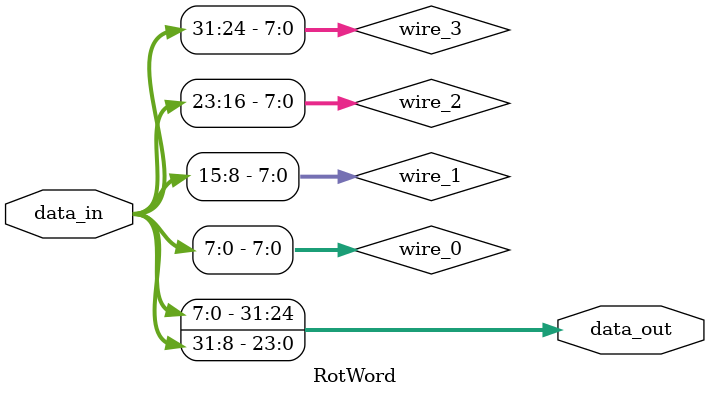
<source format=v>
module RotWord(data_in, data_out);
    input   [31:0] data_in;
    output  [31:0] data_out;

    wire [7:0] wire_0, wire_1, wire_2, wire_3;

    assign wire_0 = data_in[7:0];
    assign wire_1 = data_in[15:8];
    assign wire_2 = data_in[23:16];
    assign wire_3 = data_in[31:24];

    assign data_out = {wire_0, wire_3, wire_2, wire_1};
endmodule

</source>
